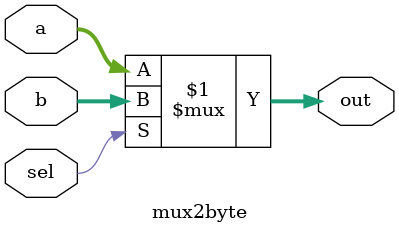
<source format=v>
module mux2byte (
    input [7:0] a, b, 
    input sel, 
    output [7:0] out);
    assign out = sel ? b : a;
endmodule
</source>
